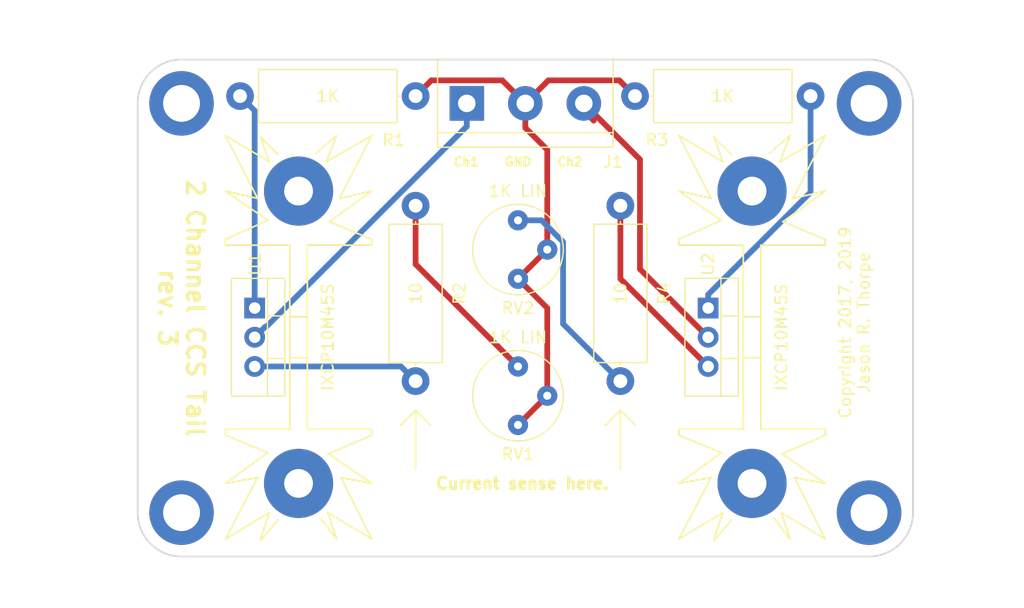
<source format=kicad_pcb>
(kicad_pcb (version 20171130) (host pcbnew "(5.1.4-0-10_14)")

  (general
    (thickness 1.6)
    (drawings 27)
    (tracks 42)
    (zones 0)
    (modules 15)
    (nets 10)
  )

  (page USLetter)
  (title_block
    (title "2 Channel CCS Tail")
    (date 2019-09-24)
    (rev 3.0)
    (company "San Francisco Electronworks")
    (comment 1 "For hobbyist use only.")
    (comment 2 "Copyright 2017, 2019 Jason R. Thorpe.  All rights reserved.")
  )

  (layers
    (0 F.Cu signal)
    (31 B.Cu signal)
    (32 B.Adhes user)
    (33 F.Adhes user)
    (34 B.Paste user)
    (35 F.Paste user)
    (36 B.SilkS user)
    (37 F.SilkS user)
    (38 B.Mask user)
    (39 F.Mask user)
    (40 Dwgs.User user)
    (41 Cmts.User user)
    (42 Eco1.User user)
    (43 Eco2.User user)
    (44 Edge.Cuts user)
    (45 Margin user)
    (46 B.CrtYd user)
    (47 F.CrtYd user)
    (48 B.Fab user)
    (49 F.Fab user)
  )

  (setup
    (last_trace_width 0.5)
    (trace_clearance 0.25)
    (zone_clearance 0.508)
    (zone_45_only yes)
    (trace_min 0.2)
    (via_size 0.6)
    (via_drill 0.4)
    (via_min_size 0.4)
    (via_min_drill 0.3)
    (uvia_size 0.3)
    (uvia_drill 0.1)
    (uvias_allowed no)
    (uvia_min_size 0.2)
    (uvia_min_drill 0.1)
    (edge_width 0.15)
    (segment_width 0.2)
    (pcb_text_width 0.3)
    (pcb_text_size 1.5 1.5)
    (mod_edge_width 0.15)
    (mod_text_size 1 1)
    (mod_text_width 0.15)
    (pad_size 1.524 1.524)
    (pad_drill 0.762)
    (pad_to_mask_clearance 0.2)
    (aux_axis_origin 0 0)
    (grid_origin 137.16 87.63)
    (visible_elements FFFFFF7F)
    (pcbplotparams
      (layerselection 0x010e0_ffffffff)
      (usegerberextensions false)
      (usegerberattributes false)
      (usegerberadvancedattributes false)
      (creategerberjobfile false)
      (excludeedgelayer true)
      (linewidth 0.100000)
      (plotframeref false)
      (viasonmask false)
      (mode 1)
      (useauxorigin false)
      (hpglpennumber 1)
      (hpglpenspeed 20)
      (hpglpendiameter 15.000000)
      (psnegative false)
      (psa4output false)
      (plotreference true)
      (plotvalue true)
      (plotinvisibletext false)
      (padsonsilk false)
      (subtractmaskfromsilk false)
      (outputformat 1)
      (mirror false)
      (drillshape 0)
      (scaleselection 1)
      (outputdirectory "Gerbers/"))
  )

  (net 0 "")
  (net 1 "Net-(J1-Pad1)")
  (net 2 "Net-(J1-Pad2)")
  (net 3 "Net-(J1-Pad3)")
  (net 4 "Net-(R2-Pad2)")
  (net 5 "Net-(R4-Pad2)")
  (net 6 "Net-(R1-Pad1)")
  (net 7 "Net-(R2-Pad1)")
  (net 8 "Net-(R3-Pad1)")
  (net 9 "Net-(R4-Pad1)")

  (net_class Default "This is the default net class."
    (clearance 0.25)
    (trace_width 0.5)
    (via_dia 0.6)
    (via_drill 0.4)
    (uvia_dia 0.3)
    (uvia_drill 0.1)
    (add_net "Net-(J1-Pad1)")
    (add_net "Net-(J1-Pad2)")
    (add_net "Net-(J1-Pad3)")
    (add_net "Net-(R1-Pad1)")
    (add_net "Net-(R2-Pad1)")
    (add_net "Net-(R2-Pad2)")
    (add_net "Net-(R3-Pad1)")
    (add_net "Net-(R4-Pad1)")
    (add_net "Net-(R4-Pad2)")
  )

  (module Connectors_Terminal_Blocks:TerminalBlock_bornier-3_P5.08mm (layer F.Cu) (tedit 5AB141F4) (tstamp 5A10A759)
    (at 141.605 93.98)
    (descr "simple 3-pin terminal block, pitch 5.08mm, revamped version of bornier3")
    (tags "terminal block bornier3")
    (path /5A109F90)
    (fp_text reference J1 (at 12.7 5.08) (layer F.SilkS)
      (effects (font (size 1 1) (thickness 0.15)))
    )
    (fp_text value Screw_Terminal_01x03 (at 5.08 5.08) (layer F.Fab) hide
      (effects (font (size 1 1) (thickness 0.15)))
    )
    (fp_text user %R (at 5.08 0) (layer F.Fab)
      (effects (font (size 1 1) (thickness 0.15)))
    )
    (fp_line (start -2.47 2.55) (end 12.63 2.55) (layer F.Fab) (width 0.1))
    (fp_line (start -2.47 -3.75) (end 12.63 -3.75) (layer F.Fab) (width 0.1))
    (fp_line (start 12.63 -3.75) (end 12.63 3.75) (layer F.Fab) (width 0.1))
    (fp_line (start 12.63 3.75) (end -2.47 3.75) (layer F.Fab) (width 0.1))
    (fp_line (start -2.47 3.75) (end -2.47 -3.75) (layer F.Fab) (width 0.1))
    (fp_line (start -2.54 3.81) (end -2.54 -3.81) (layer F.SilkS) (width 0.12))
    (fp_line (start 12.7 3.81) (end 12.7 -3.81) (layer F.SilkS) (width 0.12))
    (fp_line (start -2.54 2.54) (end 12.7 2.54) (layer F.SilkS) (width 0.12))
    (fp_line (start -2.54 -3.81) (end 12.7 -3.81) (layer F.SilkS) (width 0.12))
    (fp_line (start -2.54 3.81) (end 12.7 3.81) (layer F.SilkS) (width 0.12))
    (fp_line (start -2.72 -4) (end 12.88 -4) (layer F.CrtYd) (width 0.05))
    (fp_line (start -2.72 -4) (end -2.72 4) (layer F.CrtYd) (width 0.05))
    (fp_line (start 12.88 4) (end 12.88 -4) (layer F.CrtYd) (width 0.05))
    (fp_line (start 12.88 4) (end -2.72 4) (layer F.CrtYd) (width 0.05))
    (pad 1 thru_hole rect (at 0 0) (size 3 3) (drill 1.52) (layers *.Cu *.Mask)
      (net 1 "Net-(J1-Pad1)"))
    (pad 2 thru_hole circle (at 5.08 0) (size 3 3) (drill 1.52) (layers *.Cu *.Mask)
      (net 2 "Net-(J1-Pad2)"))
    (pad 3 thru_hole circle (at 10.16 0) (size 3 3) (drill 1.52) (layers *.Cu *.Mask)
      (net 3 "Net-(J1-Pad3)"))
    (model ${KISYS3DMOD}/Terminal_Blocks.3dshapes/TerminalBlock_bornier-3_P5.08mm.wrl
      (offset (xyz 5.079999923706055 0 0))
      (scale (xyz 1 1 1))
      (rotate (xyz 0 0 0))
    )
  )

  (module MountingHole:MountingHole_3.2mm_M3_DIN965_Pad (layer F.Cu) (tedit 56D1B4CB) (tstamp 5D8AE321)
    (at 116.84 129.54)
    (descr "Mounting Hole 3.2mm, M3, DIN965")
    (tags "mounting hole 3.2mm m3 din965")
    (attr virtual)
    (fp_text reference REF** (at 0 -3.8) (layer F.SilkS) hide
      (effects (font (size 1 1) (thickness 0.15)))
    )
    (fp_text value MountingHole_3.2mm_M3_DIN965_Pad (at 0 3.8) (layer F.Fab) hide
      (effects (font (size 1 1) (thickness 0.15)))
    )
    (fp_circle (center 0 0) (end 3.05 0) (layer F.CrtYd) (width 0.05))
    (fp_circle (center 0 0) (end 2.8 0) (layer Cmts.User) (width 0.15))
    (fp_text user %R (at 0.3 0) (layer F.Fab)
      (effects (font (size 1 1) (thickness 0.15)))
    )
    (pad 1 thru_hole circle (at 0 0) (size 5.6 5.6) (drill 3.2) (layers *.Cu *.Mask))
  )

  (module MountingHole:MountingHole_3.2mm_M3_DIN965_Pad (layer F.Cu) (tedit 56D1B4CB) (tstamp 5D8AE2FD)
    (at 176.53 129.54)
    (descr "Mounting Hole 3.2mm, M3, DIN965")
    (tags "mounting hole 3.2mm m3 din965")
    (attr virtual)
    (fp_text reference REF** (at 0 -3.8) (layer F.SilkS) hide
      (effects (font (size 1 1) (thickness 0.15)))
    )
    (fp_text value MountingHole_3.2mm_M3_DIN965_Pad (at 0 3.8) (layer F.Fab) hide
      (effects (font (size 1 1) (thickness 0.15)))
    )
    (fp_circle (center 0 0) (end 3.05 0) (layer F.CrtYd) (width 0.05))
    (fp_circle (center 0 0) (end 2.8 0) (layer Cmts.User) (width 0.15))
    (fp_text user %R (at 0.3 0) (layer F.Fab)
      (effects (font (size 1 1) (thickness 0.15)))
    )
    (pad 1 thru_hole circle (at 0 0) (size 5.6 5.6) (drill 3.2) (layers *.Cu *.Mask))
  )

  (module MountingHole:MountingHole_3.2mm_M3_DIN965_Pad (layer F.Cu) (tedit 56D1B4CB) (tstamp 5D8AE2C7)
    (at 176.53 93.98)
    (descr "Mounting Hole 3.2mm, M3, DIN965")
    (tags "mounting hole 3.2mm m3 din965")
    (attr virtual)
    (fp_text reference REF** (at 0 -3.8) (layer F.SilkS) hide
      (effects (font (size 1 1) (thickness 0.15)))
    )
    (fp_text value MountingHole_3.2mm_M3_DIN965_Pad (at 0 3.8) (layer F.Fab) hide
      (effects (font (size 1 1) (thickness 0.15)))
    )
    (fp_circle (center 0 0) (end 3.05 0) (layer F.CrtYd) (width 0.05))
    (fp_circle (center 0 0) (end 2.8 0) (layer Cmts.User) (width 0.15))
    (fp_text user %R (at 0.3 0) (layer F.Fab)
      (effects (font (size 1 1) (thickness 0.15)))
    )
    (pad 1 thru_hole circle (at 0 0) (size 5.6 5.6) (drill 3.2) (layers *.Cu *.Mask))
  )

  (module MountingHole:MountingHole_3.2mm_M3_DIN965_Pad (layer F.Cu) (tedit 56D1B4CB) (tstamp 5D8AE2A3)
    (at 116.84 93.98)
    (descr "Mounting Hole 3.2mm, M3, DIN965")
    (tags "mounting hole 3.2mm m3 din965")
    (attr virtual)
    (fp_text reference REF** (at 0 -3.8) (layer F.SilkS) hide
      (effects (font (size 1 1) (thickness 0.15)))
    )
    (fp_text value MountingHole_3.2mm_M3_DIN965_Pad (at 0 3.8) (layer F.Fab) hide
      (effects (font (size 1 1) (thickness 0.15)))
    )
    (fp_circle (center 0 0) (end 3.05 0) (layer F.CrtYd) (width 0.05))
    (fp_circle (center 0 0) (end 2.8 0) (layer Cmts.User) (width 0.15))
    (fp_text user %R (at 0.3 0) (layer F.Fab)
      (effects (font (size 1 1) (thickness 0.15)))
    )
    (pad 1 thru_hole circle (at 0 0) (size 5.6 5.6) (drill 3.2) (layers *.Cu *.Mask))
  )

  (module Potentiometer_THT:Potentiometer_Bourns_3339P_Vertical_HandSoldering (layer F.Cu) (tedit 5BCDF3D1) (tstamp 5D8AD5F8)
    (at 146.05 104.14 180)
    (descr "Potentiometer, vertical, Bourns 3339P, hand-soldering, http://www.bourns.com/docs/Product-Datasheets/3339.pdf")
    (tags "Potentiometer vertical Bourns 3339P hand-soldering")
    (path /5A10913A)
    (fp_text reference RV2 (at 0 -7.62 180) (layer F.SilkS)
      (effects (font (size 1 1) (thickness 0.15)))
    )
    (fp_text value "1K LIN" (at 0 2.54 180) (layer F.SilkS)
      (effects (font (size 1 1) (thickness 0.15)))
    )
    (fp_text user %R (at -3.018 -2.54 90) (layer F.Fab)
      (effects (font (size 0.66 0.66) (thickness 0.15)))
    )
    (fp_line (start 4.1 -6.6) (end -4.1 -6.6) (layer F.CrtYd) (width 0.05))
    (fp_line (start 4.1 1.55) (end 4.1 -6.6) (layer F.CrtYd) (width 0.05))
    (fp_line (start -4.1 1.55) (end 4.1 1.55) (layer F.CrtYd) (width 0.05))
    (fp_line (start -4.1 -6.6) (end -4.1 1.55) (layer F.CrtYd) (width 0.05))
    (fp_line (start 0 -0.064) (end 0.001 -5.014) (layer F.Fab) (width 0.1))
    (fp_line (start 0 -0.064) (end 0.001 -5.014) (layer F.Fab) (width 0.1))
    (fp_circle (center 0 -2.54) (end 3.93 -2.54) (layer F.SilkS) (width 0.12))
    (fp_circle (center 0 -2.54) (end 2.5 -2.54) (layer F.Fab) (width 0.1))
    (fp_circle (center 0 -2.54) (end 3.81 -2.54) (layer F.Fab) (width 0.1))
    (pad 1 thru_hole circle (at 0 0 180) (size 1.75 1.75) (drill 0.7) (layers *.Cu *.Mask)
      (net 5 "Net-(R4-Pad2)"))
    (pad 2 thru_hole circle (at -2.54 -2.54 180) (size 1.75 1.75) (drill 0.7) (layers *.Cu *.Mask)
      (net 2 "Net-(J1-Pad2)"))
    (pad 3 thru_hole circle (at 0 -5.08 180) (size 1.75 1.75) (drill 0.7) (layers *.Cu *.Mask)
      (net 2 "Net-(J1-Pad2)"))
    (model ${KISYS3DMOD}/Potentiometer_THT.3dshapes/Potentiometer_Bourns_3339P_Vertical.wrl
      (at (xyz 0 0 0))
      (scale (xyz 1 1 1))
      (rotate (xyz 0 0 0))
    )
  )

  (module Potentiometer_THT:Potentiometer_Bourns_3339P_Vertical_HandSoldering (layer F.Cu) (tedit 5BCDF3D1) (tstamp 5A10A7FA)
    (at 146.05 116.84 180)
    (descr "Potentiometer, vertical, Bourns 3339P, hand-soldering, http://www.bourns.com/docs/Product-Datasheets/3339.pdf")
    (tags "Potentiometer vertical Bourns 3339P hand-soldering")
    (path /5A1090E1)
    (fp_text reference RV1 (at 0 -7.62 180) (layer F.SilkS)
      (effects (font (size 1 1) (thickness 0.15)))
    )
    (fp_text value "1K LIN" (at 0 2.54 180) (layer F.SilkS)
      (effects (font (size 1 1) (thickness 0.15)))
    )
    (fp_text user %R (at -3.018 -2.54 90) (layer F.Fab)
      (effects (font (size 0.66 0.66) (thickness 0.15)))
    )
    (fp_line (start 4.1 -6.6) (end -4.1 -6.6) (layer F.CrtYd) (width 0.05))
    (fp_line (start 4.1 1.55) (end 4.1 -6.6) (layer F.CrtYd) (width 0.05))
    (fp_line (start -4.1 1.55) (end 4.1 1.55) (layer F.CrtYd) (width 0.05))
    (fp_line (start -4.1 -6.6) (end -4.1 1.55) (layer F.CrtYd) (width 0.05))
    (fp_line (start 0 -0.064) (end 0.001 -5.014) (layer F.Fab) (width 0.1))
    (fp_line (start 0 -0.064) (end 0.001 -5.014) (layer F.Fab) (width 0.1))
    (fp_circle (center 0 -2.54) (end 3.93 -2.54) (layer F.SilkS) (width 0.12))
    (fp_circle (center 0 -2.54) (end 2.5 -2.54) (layer F.Fab) (width 0.1))
    (fp_circle (center 0 -2.54) (end 3.81 -2.54) (layer F.Fab) (width 0.1))
    (pad 1 thru_hole circle (at 0 0 180) (size 1.75 1.75) (drill 0.7) (layers *.Cu *.Mask)
      (net 4 "Net-(R2-Pad2)"))
    (pad 2 thru_hole circle (at -2.54 -2.54 180) (size 1.75 1.75) (drill 0.7) (layers *.Cu *.Mask)
      (net 2 "Net-(J1-Pad2)"))
    (pad 3 thru_hole circle (at 0 -5.08 180) (size 1.75 1.75) (drill 0.7) (layers *.Cu *.Mask)
      (net 2 "Net-(J1-Pad2)"))
    (model ${KISYS3DMOD}/Potentiometer_THT.3dshapes/Potentiometer_Bourns_3339P_Vertical.wrl
      (at (xyz 0 0 0))
      (scale (xyz 1 1 1))
      (rotate (xyz 0 0 0))
    )
  )

  (module Heatsinks:Heatsink_Fischer_SK104-STC-STIC_35x13mm_2xDrill2.5mm (layer F.Cu) (tedit 5AB1354C) (tstamp 5D8AE846)
    (at 127 114.3 90)
    (descr "Heatsink, 35mm x 13mm, 2x Fixation 2,5mm Drill, Soldering, Fischer SK104-STC-STIC,")
    (tags "Heatsink, 35mm x 13mm, 2x Fixation 2,5mm Drill, Soldering, Fischer SK104-STC-STIC, Kuehlkoerper,  Strangkuehlkoerper, Loetbefestigung, for TO-220")
    (fp_text reference Sink1 (at -0.025 -4.875 90) (layer F.SilkS) hide
      (effects (font (size 1 1) (thickness 0.15)))
    )
    (fp_text value Heatsink_Fischer_SK104-STC-STIC_35x13mm_2xDrill2.5mm (at 0.65 9.075 90) (layer F.Fab) hide
      (effects (font (size 1 1) (thickness 0.15)))
    )
    (fp_line (start -1.778 -0.762) (end -1.778 0.762) (layer F.SilkS) (width 0.15))
    (fp_line (start 1.778 -0.762) (end 1.778 0.762) (layer F.SilkS) (width 0.15))
    (fp_line (start -8.509 6.35) (end -8.001 6.35) (layer F.SilkS) (width 0.15))
    (fp_line (start 17.526 -6.35) (end 12.065 -3.556) (layer F.SilkS) (width 0.15))
    (fp_line (start 12.065 -3.556) (end 12.7 -6.35) (layer F.SilkS) (width 0.15))
    (fp_line (start -10.033 -2.667) (end -12.7 -6.35) (layer F.SilkS) (width 0.15))
    (fp_line (start -12.7 -6.35) (end -12.192 -3.556) (layer F.SilkS) (width 0.15))
    (fp_line (start -12.192 -3.556) (end -17.526 -6.35) (layer F.SilkS) (width 0.15))
    (fp_line (start -10.16 2.667) (end -12.7 6.35) (layer F.SilkS) (width 0.15))
    (fp_line (start -12.7 6.35) (end -12.192 3.683) (layer F.SilkS) (width 0.15))
    (fp_line (start -12.192 3.683) (end -17.526 6.35) (layer F.SilkS) (width 0.15))
    (fp_line (start -15.24 2.54) (end -17.526 6.35) (layer F.SilkS) (width 0.15))
    (fp_line (start -15.24 -2.54) (end -17.526 -6.35) (layer F.SilkS) (width 0.15))
    (fp_line (start 8.001 -6.35) (end 8.382 -6.35) (layer F.SilkS) (width 0.15))
    (fp_line (start 8.001 6.35) (end 8.509 6.35) (layer F.SilkS) (width 0.15))
    (fp_line (start 10.033 2.667) (end 12.7 6.35) (layer F.SilkS) (width 0.15))
    (fp_line (start 12.7 6.35) (end 12.065 3.556) (layer F.SilkS) (width 0.15))
    (fp_line (start 12.065 3.556) (end 17.526 6.35) (layer F.SilkS) (width 0.15))
    (fp_line (start 15.24 2.413) (end 17.526 3.302) (layer F.SilkS) (width 0.15))
    (fp_line (start 17.526 3.302) (end 16.002 1.524) (layer F.SilkS) (width 0.15))
    (fp_line (start 17.526 6.35) (end 15.24 2.413) (layer F.SilkS) (width 0.15))
    (fp_line (start 15.24 -2.54) (end 17.399 -3.302) (layer F.SilkS) (width 0.15))
    (fp_line (start 17.399 -3.302) (end 15.875 -1.778) (layer F.SilkS) (width 0.15))
    (fp_line (start 17.526 -6.35) (end 15.24 -2.54) (layer F.SilkS) (width 0.15))
    (fp_line (start 10.16 -2.667) (end 12.7 -6.35) (layer F.SilkS) (width 0.15))
    (fp_line (start 8.509 6.35) (end 10.033 2.667) (layer F.SilkS) (width 0.15))
    (fp_line (start 8.509 -6.35) (end 10.16 -2.667) (layer F.SilkS) (width 0.15))
    (fp_line (start -8.509 6.35) (end -10.16 2.54) (layer F.SilkS) (width 0.15))
    (fp_line (start -8.001 -6.35) (end -8.509 -6.35) (layer F.SilkS) (width 0.15))
    (fp_line (start -8.509 -6.35) (end -10.033 -2.667) (layer F.SilkS) (width 0.15))
    (fp_line (start -17.526 3.302) (end -15.748 1.905) (layer F.SilkS) (width 0.15))
    (fp_line (start -17.653 -3.302) (end -15.875 -1.778) (layer F.SilkS) (width 0.15))
    (fp_line (start -17.526 3.302) (end -15.24 2.54) (layer F.SilkS) (width 0.15))
    (fp_line (start -17.526 -3.302) (end -15.24 -2.54) (layer F.SilkS) (width 0.15))
    (fp_line (start 0 0.762) (end -8.001 0.762) (layer F.SilkS) (width 0.15))
    (fp_line (start -8.001 0.762) (end -8.001 6.35) (layer F.SilkS) (width 0.15))
    (fp_line (start 0 0.762) (end 8.001 0.762) (layer F.SilkS) (width 0.15))
    (fp_line (start 8.001 0.762) (end 8.001 6.35) (layer F.SilkS) (width 0.15))
    (fp_line (start 0 -0.762) (end -8.001 -0.762) (layer F.SilkS) (width 0.15))
    (fp_line (start -8.001 -0.762) (end -8.001 -6.35) (layer F.SilkS) (width 0.15))
    (fp_line (start 0 -0.762) (end 8.001 -0.762) (layer F.SilkS) (width 0.15))
    (fp_line (start 8.001 -0.762) (end 8.001 -6.35) (layer F.SilkS) (width 0.15))
    (pad 1 thru_hole circle (at 12.7 0 90) (size 5.99948 5.99948) (drill 2.49936) (layers *.Cu *.Mask))
    (pad 1 thru_hole circle (at -12.7 0 90) (size 5.99948 5.99948) (drill 2.49936) (layers *.Cu *.Mask))
  )

  (module TO_SOT_Packages_THT:TO-220-3_Vertical (layer F.Cu) (tedit 5AB142BA) (tstamp 5A10A773)
    (at 123.19 111.76 270)
    (descr "TO-220-3, Vertical, RM 2.54mm")
    (tags "TO-220-3 Vertical RM 2.54mm")
    (path /5A108D29)
    (fp_text reference U1 (at -3.81 0 270) (layer F.SilkS)
      (effects (font (size 1 1) (thickness 0.15)))
    )
    (fp_text value IXCP10M45S (at 2.54 -6.35 270) (layer F.SilkS)
      (effects (font (size 1 1) (thickness 0.15)))
    )
    (fp_text user %R (at 2.54 -3.62 270) (layer F.Fab)
      (effects (font (size 1 1) (thickness 0.15)))
    )
    (fp_line (start -2.46 -2.5) (end -2.46 1.9) (layer F.Fab) (width 0.1))
    (fp_line (start -2.46 1.9) (end 7.54 1.9) (layer F.Fab) (width 0.1))
    (fp_line (start 7.54 1.9) (end 7.54 -2.5) (layer F.Fab) (width 0.1))
    (fp_line (start 7.54 -2.5) (end -2.46 -2.5) (layer F.Fab) (width 0.1))
    (fp_line (start -2.46 -1.23) (end 7.54 -1.23) (layer F.Fab) (width 0.1))
    (fp_line (start 0.69 -2.5) (end 0.69 -1.23) (layer F.Fab) (width 0.1))
    (fp_line (start 4.39 -2.5) (end 4.39 -1.23) (layer F.Fab) (width 0.1))
    (fp_line (start -2.58 -2.62) (end 7.66 -2.62) (layer F.SilkS) (width 0.12))
    (fp_line (start -2.58 2.021) (end 7.66 2.021) (layer F.SilkS) (width 0.12))
    (fp_line (start -2.58 -2.62) (end -2.58 2.021) (layer F.SilkS) (width 0.12))
    (fp_line (start 7.66 -2.62) (end 7.66 2.021) (layer F.SilkS) (width 0.12))
    (fp_line (start -2.58 -1.11) (end 7.66 -1.11) (layer F.SilkS) (width 0.12))
    (fp_line (start 0.69 -2.62) (end 0.69 -1.11) (layer F.SilkS) (width 0.12))
    (fp_line (start 4.391 -2.62) (end 4.391 -1.11) (layer F.SilkS) (width 0.12))
    (fp_line (start -2.71 -2.75) (end -2.71 2.16) (layer F.CrtYd) (width 0.05))
    (fp_line (start -2.71 2.16) (end 7.79 2.16) (layer F.CrtYd) (width 0.05))
    (fp_line (start 7.79 2.16) (end 7.79 -2.75) (layer F.CrtYd) (width 0.05))
    (fp_line (start 7.79 -2.75) (end -2.71 -2.75) (layer F.CrtYd) (width 0.05))
    (pad 1 thru_hole rect (at 0 0 270) (size 1.8 1.8) (drill 1) (layers *.Cu *.Mask)
      (net 6 "Net-(R1-Pad1)"))
    (pad 2 thru_hole oval (at 2.54 0 270) (size 1.8 1.8) (drill 1) (layers *.Cu *.Mask)
      (net 1 "Net-(J1-Pad1)"))
    (pad 3 thru_hole oval (at 5.08 0 270) (size 1.8 1.8) (drill 1) (layers *.Cu *.Mask)
      (net 7 "Net-(R2-Pad1)"))
    (model ${KISYS3DMOD}/TO_SOT_Packages_THT.3dshapes/TO-220-3_Vertical.wrl
      (offset (xyz 2.539999961853027 0 0))
      (scale (xyz 0.393701 0.393701 0.393701))
      (rotate (xyz 0 0 0))
    )
  )

  (module TO_SOT_Packages_THT:TO-220-3_Vertical (layer F.Cu) (tedit 5AB142AA) (tstamp 5A10A78D)
    (at 162.56 111.76 270)
    (descr "TO-220-3, Vertical, RM 2.54mm")
    (tags "TO-220-3 Vertical RM 2.54mm")
    (path /5A108FB8)
    (fp_text reference U2 (at -3.81 0 270) (layer F.SilkS)
      (effects (font (size 1 1) (thickness 0.15)))
    )
    (fp_text value IXCP10M45S (at 2.54 -6.35 270) (layer F.SilkS)
      (effects (font (size 1 1) (thickness 0.15)))
    )
    (fp_text user %R (at 2.54 -3.62 270) (layer F.Fab)
      (effects (font (size 1 1) (thickness 0.15)))
    )
    (fp_line (start -2.46 -2.5) (end -2.46 1.9) (layer F.Fab) (width 0.1))
    (fp_line (start -2.46 1.9) (end 7.54 1.9) (layer F.Fab) (width 0.1))
    (fp_line (start 7.54 1.9) (end 7.54 -2.5) (layer F.Fab) (width 0.1))
    (fp_line (start 7.54 -2.5) (end -2.46 -2.5) (layer F.Fab) (width 0.1))
    (fp_line (start -2.46 -1.23) (end 7.54 -1.23) (layer F.Fab) (width 0.1))
    (fp_line (start 0.69 -2.5) (end 0.69 -1.23) (layer F.Fab) (width 0.1))
    (fp_line (start 4.39 -2.5) (end 4.39 -1.23) (layer F.Fab) (width 0.1))
    (fp_line (start -2.58 -2.62) (end 7.66 -2.62) (layer F.SilkS) (width 0.12))
    (fp_line (start -2.58 2.021) (end 7.66 2.021) (layer F.SilkS) (width 0.12))
    (fp_line (start -2.58 -2.62) (end -2.58 2.021) (layer F.SilkS) (width 0.12))
    (fp_line (start 7.66 -2.62) (end 7.66 2.021) (layer F.SilkS) (width 0.12))
    (fp_line (start -2.58 -1.11) (end 7.66 -1.11) (layer F.SilkS) (width 0.12))
    (fp_line (start 0.69 -2.62) (end 0.69 -1.11) (layer F.SilkS) (width 0.12))
    (fp_line (start 4.391 -2.62) (end 4.391 -1.11) (layer F.SilkS) (width 0.12))
    (fp_line (start -2.71 -2.75) (end -2.71 2.16) (layer F.CrtYd) (width 0.05))
    (fp_line (start -2.71 2.16) (end 7.79 2.16) (layer F.CrtYd) (width 0.05))
    (fp_line (start 7.79 2.16) (end 7.79 -2.75) (layer F.CrtYd) (width 0.05))
    (fp_line (start 7.79 -2.75) (end -2.71 -2.75) (layer F.CrtYd) (width 0.05))
    (pad 1 thru_hole rect (at 0 0 270) (size 1.8 1.8) (drill 1) (layers *.Cu *.Mask)
      (net 8 "Net-(R3-Pad1)"))
    (pad 2 thru_hole oval (at 2.54 0 270) (size 1.8 1.8) (drill 1) (layers *.Cu *.Mask)
      (net 3 "Net-(J1-Pad3)"))
    (pad 3 thru_hole oval (at 5.08 0 270) (size 1.8 1.8) (drill 1) (layers *.Cu *.Mask)
      (net 9 "Net-(R4-Pad1)"))
    (model ${KISYS3DMOD}/TO_SOT_Packages_THT.3dshapes/TO-220-3_Vertical.wrl
      (offset (xyz 2.539999961853027 0 0))
      (scale (xyz 0.393701 0.393701 0.393701))
      (rotate (xyz 0 0 0))
    )
  )

  (module Resistors_THT:R_Axial_DIN0414_L11.9mm_D4.5mm_P15.24mm_Horizontal (layer F.Cu) (tedit 5AB13608) (tstamp 5A10A7A3)
    (at 121.92 93.345)
    (descr "Resistor, Axial_DIN0414 series, Axial, Horizontal, pin pitch=15.24mm, 2W, length*diameter=11.9*4.5mm^2, http://www.vishay.com/docs/20128/wkxwrx.pdf")
    (tags "Resistor Axial_DIN0414 series Axial Horizontal pin pitch 15.24mm 2W length 11.9mm diameter 4.5mm")
    (path /5A108FE1)
    (fp_text reference R1 (at 13.335 3.81) (layer F.SilkS)
      (effects (font (size 1 1) (thickness 0.15)))
    )
    (fp_text value 1K (at 7.62 0) (layer F.SilkS)
      (effects (font (size 1 1) (thickness 0.15)))
    )
    (fp_line (start 1.67 -2.25) (end 1.67 2.25) (layer F.Fab) (width 0.1))
    (fp_line (start 1.67 2.25) (end 13.57 2.25) (layer F.Fab) (width 0.1))
    (fp_line (start 13.57 2.25) (end 13.57 -2.25) (layer F.Fab) (width 0.1))
    (fp_line (start 13.57 -2.25) (end 1.67 -2.25) (layer F.Fab) (width 0.1))
    (fp_line (start 0 0) (end 1.67 0) (layer F.Fab) (width 0.1))
    (fp_line (start 15.24 0) (end 13.57 0) (layer F.Fab) (width 0.1))
    (fp_line (start 1.61 -2.31) (end 1.61 2.31) (layer F.SilkS) (width 0.12))
    (fp_line (start 1.61 2.31) (end 13.63 2.31) (layer F.SilkS) (width 0.12))
    (fp_line (start 13.63 2.31) (end 13.63 -2.31) (layer F.SilkS) (width 0.12))
    (fp_line (start 13.63 -2.31) (end 1.61 -2.31) (layer F.SilkS) (width 0.12))
    (fp_line (start 1.38 0) (end 1.61 0) (layer F.SilkS) (width 0.12))
    (fp_line (start 13.86 0) (end 13.63 0) (layer F.SilkS) (width 0.12))
    (fp_line (start -1.45 -2.6) (end -1.45 2.6) (layer F.CrtYd) (width 0.05))
    (fp_line (start -1.45 2.6) (end 16.7 2.6) (layer F.CrtYd) (width 0.05))
    (fp_line (start 16.7 2.6) (end 16.7 -2.6) (layer F.CrtYd) (width 0.05))
    (fp_line (start 16.7 -2.6) (end -1.45 -2.6) (layer F.CrtYd) (width 0.05))
    (pad 1 thru_hole circle (at 0 0) (size 2.4 2.4) (drill 1.2) (layers *.Cu *.Mask)
      (net 6 "Net-(R1-Pad1)"))
    (pad 2 thru_hole oval (at 15.24 0) (size 2.4 2.4) (drill 1.2) (layers *.Cu *.Mask)
      (net 2 "Net-(J1-Pad2)"))
    (model ${KISYS3DMOD}/Resistors_THT.3dshapes/R_Axial_DIN0414_L11.9mm_D4.5mm_P15.24mm_Horizontal.wrl
      (at (xyz 0 0 0))
      (scale (xyz 0.393701 0.393701 0.393701))
      (rotate (xyz 0 0 0))
    )
  )

  (module Resistors_THT:R_Axial_DIN0414_L11.9mm_D4.5mm_P15.24mm_Horizontal (layer F.Cu) (tedit 5AB141D1) (tstamp 5D8ADC73)
    (at 137.16 118.11 90)
    (descr "Resistor, Axial_DIN0414 series, Axial, Horizontal, pin pitch=15.24mm, 2W, length*diameter=11.9*4.5mm^2, http://www.vishay.com/docs/20128/wkxwrx.pdf")
    (tags "Resistor Axial_DIN0414 series Axial Horizontal pin pitch 15.24mm 2W length 11.9mm diameter 4.5mm")
    (path /5A10905C)
    (fp_text reference R2 (at 7.62 3.81 90) (layer F.SilkS)
      (effects (font (size 1 1) (thickness 0.15)))
    )
    (fp_text value 10 (at 7.62 0 90) (layer F.SilkS)
      (effects (font (size 1 1) (thickness 0.15)))
    )
    (fp_line (start 1.67 -2.25) (end 1.67 2.25) (layer F.Fab) (width 0.1))
    (fp_line (start 1.67 2.25) (end 13.57 2.25) (layer F.Fab) (width 0.1))
    (fp_line (start 13.57 2.25) (end 13.57 -2.25) (layer F.Fab) (width 0.1))
    (fp_line (start 13.57 -2.25) (end 1.67 -2.25) (layer F.Fab) (width 0.1))
    (fp_line (start 0 0) (end 1.67 0) (layer F.Fab) (width 0.1))
    (fp_line (start 15.24 0) (end 13.57 0) (layer F.Fab) (width 0.1))
    (fp_line (start 1.61 -2.31) (end 1.61 2.31) (layer F.SilkS) (width 0.12))
    (fp_line (start 1.61 2.31) (end 13.63 2.31) (layer F.SilkS) (width 0.12))
    (fp_line (start 13.63 2.31) (end 13.63 -2.31) (layer F.SilkS) (width 0.12))
    (fp_line (start 13.63 -2.31) (end 1.61 -2.31) (layer F.SilkS) (width 0.12))
    (fp_line (start 1.38 0) (end 1.61 0) (layer F.SilkS) (width 0.12))
    (fp_line (start 13.86 0) (end 13.63 0) (layer F.SilkS) (width 0.12))
    (fp_line (start -1.45 -2.6) (end -1.45 2.6) (layer F.CrtYd) (width 0.05))
    (fp_line (start -1.45 2.6) (end 16.7 2.6) (layer F.CrtYd) (width 0.05))
    (fp_line (start 16.7 2.6) (end 16.7 -2.6) (layer F.CrtYd) (width 0.05))
    (fp_line (start 16.7 -2.6) (end -1.45 -2.6) (layer F.CrtYd) (width 0.05))
    (pad 1 thru_hole circle (at 0 0 90) (size 2.4 2.4) (drill 1.2) (layers *.Cu *.Mask)
      (net 7 "Net-(R2-Pad1)"))
    (pad 2 thru_hole oval (at 15.24 0 90) (size 2.4 2.4) (drill 1.2) (layers *.Cu *.Mask)
      (net 4 "Net-(R2-Pad2)"))
    (model ${KISYS3DMOD}/Resistors_THT.3dshapes/R_Axial_DIN0414_L11.9mm_D4.5mm_P15.24mm_Horizontal.wrl
      (at (xyz 0 0 0))
      (scale (xyz 0.393701 0.393701 0.393701))
      (rotate (xyz 0 0 0))
    )
  )

  (module Resistors_THT:R_Axial_DIN0414_L11.9mm_D4.5mm_P15.24mm_Horizontal (layer F.Cu) (tedit 5AB13674) (tstamp 5A10A7CF)
    (at 171.45 93.345 180)
    (descr "Resistor, Axial_DIN0414 series, Axial, Horizontal, pin pitch=15.24mm, 2W, length*diameter=11.9*4.5mm^2, http://www.vishay.com/docs/20128/wkxwrx.pdf")
    (tags "Resistor Axial_DIN0414 series Axial Horizontal pin pitch 15.24mm 2W length 11.9mm diameter 4.5mm")
    (path /5A10901B)
    (fp_text reference R3 (at 13.335 -3.81 180) (layer F.SilkS)
      (effects (font (size 1 1) (thickness 0.15)))
    )
    (fp_text value 1K (at 7.62 0 180) (layer F.SilkS)
      (effects (font (size 1 1) (thickness 0.15)))
    )
    (fp_line (start 1.67 -2.25) (end 1.67 2.25) (layer F.Fab) (width 0.1))
    (fp_line (start 1.67 2.25) (end 13.57 2.25) (layer F.Fab) (width 0.1))
    (fp_line (start 13.57 2.25) (end 13.57 -2.25) (layer F.Fab) (width 0.1))
    (fp_line (start 13.57 -2.25) (end 1.67 -2.25) (layer F.Fab) (width 0.1))
    (fp_line (start 0 0) (end 1.67 0) (layer F.Fab) (width 0.1))
    (fp_line (start 15.24 0) (end 13.57 0) (layer F.Fab) (width 0.1))
    (fp_line (start 1.61 -2.31) (end 1.61 2.31) (layer F.SilkS) (width 0.12))
    (fp_line (start 1.61 2.31) (end 13.63 2.31) (layer F.SilkS) (width 0.12))
    (fp_line (start 13.63 2.31) (end 13.63 -2.31) (layer F.SilkS) (width 0.12))
    (fp_line (start 13.63 -2.31) (end 1.61 -2.31) (layer F.SilkS) (width 0.12))
    (fp_line (start 1.38 0) (end 1.61 0) (layer F.SilkS) (width 0.12))
    (fp_line (start 13.86 0) (end 13.63 0) (layer F.SilkS) (width 0.12))
    (fp_line (start -1.45 -2.6) (end -1.45 2.6) (layer F.CrtYd) (width 0.05))
    (fp_line (start -1.45 2.6) (end 16.7 2.6) (layer F.CrtYd) (width 0.05))
    (fp_line (start 16.7 2.6) (end 16.7 -2.6) (layer F.CrtYd) (width 0.05))
    (fp_line (start 16.7 -2.6) (end -1.45 -2.6) (layer F.CrtYd) (width 0.05))
    (pad 1 thru_hole circle (at 0 0 180) (size 2.4 2.4) (drill 1.2) (layers *.Cu *.Mask)
      (net 8 "Net-(R3-Pad1)"))
    (pad 2 thru_hole oval (at 15.24 0 180) (size 2.4 2.4) (drill 1.2) (layers *.Cu *.Mask)
      (net 2 "Net-(J1-Pad2)"))
    (model ${KISYS3DMOD}/Resistors_THT.3dshapes/R_Axial_DIN0414_L11.9mm_D4.5mm_P15.24mm_Horizontal.wrl
      (at (xyz 0 0 0))
      (scale (xyz 0.393701 0.393701 0.393701))
      (rotate (xyz 0 0 0))
    )
  )

  (module Resistors_THT:R_Axial_DIN0414_L11.9mm_D4.5mm_P15.24mm_Horizontal (layer F.Cu) (tedit 5AB13F76) (tstamp 5A10A7E5)
    (at 154.94 102.87 270)
    (descr "Resistor, Axial_DIN0414 series, Axial, Horizontal, pin pitch=15.24mm, 2W, length*diameter=11.9*4.5mm^2, http://www.vishay.com/docs/20128/wkxwrx.pdf")
    (tags "Resistor Axial_DIN0414 series Axial Horizontal pin pitch 15.24mm 2W length 11.9mm diameter 4.5mm")
    (path /5A1090A7)
    (fp_text reference R4 (at 7.62 -3.81 270) (layer F.SilkS)
      (effects (font (size 1 1) (thickness 0.15)))
    )
    (fp_text value 10 (at 7.62 0 270) (layer F.SilkS)
      (effects (font (size 1 1) (thickness 0.15)))
    )
    (fp_line (start 1.67 -2.25) (end 1.67 2.25) (layer F.Fab) (width 0.1))
    (fp_line (start 1.67 2.25) (end 13.57 2.25) (layer F.Fab) (width 0.1))
    (fp_line (start 13.57 2.25) (end 13.57 -2.25) (layer F.Fab) (width 0.1))
    (fp_line (start 13.57 -2.25) (end 1.67 -2.25) (layer F.Fab) (width 0.1))
    (fp_line (start 0 0) (end 1.67 0) (layer F.Fab) (width 0.1))
    (fp_line (start 15.24 0) (end 13.57 0) (layer F.Fab) (width 0.1))
    (fp_line (start 1.61 -2.31) (end 1.61 2.31) (layer F.SilkS) (width 0.12))
    (fp_line (start 1.61 2.31) (end 13.63 2.31) (layer F.SilkS) (width 0.12))
    (fp_line (start 13.63 2.31) (end 13.63 -2.31) (layer F.SilkS) (width 0.12))
    (fp_line (start 13.63 -2.31) (end 1.61 -2.31) (layer F.SilkS) (width 0.12))
    (fp_line (start 1.38 0) (end 1.61 0) (layer F.SilkS) (width 0.12))
    (fp_line (start 13.86 0) (end 13.63 0) (layer F.SilkS) (width 0.12))
    (fp_line (start -1.45 -2.6) (end -1.45 2.6) (layer F.CrtYd) (width 0.05))
    (fp_line (start -1.45 2.6) (end 16.7 2.6) (layer F.CrtYd) (width 0.05))
    (fp_line (start 16.7 2.6) (end 16.7 -2.6) (layer F.CrtYd) (width 0.05))
    (fp_line (start 16.7 -2.6) (end -1.45 -2.6) (layer F.CrtYd) (width 0.05))
    (pad 1 thru_hole circle (at 0 0 270) (size 2.4 2.4) (drill 1.2) (layers *.Cu *.Mask)
      (net 9 "Net-(R4-Pad1)"))
    (pad 2 thru_hole oval (at 15.24 0 270) (size 2.4 2.4) (drill 1.2) (layers *.Cu *.Mask)
      (net 5 "Net-(R4-Pad2)"))
    (model ${KISYS3DMOD}/Resistors_THT.3dshapes/R_Axial_DIN0414_L11.9mm_D4.5mm_P15.24mm_Horizontal.wrl
      (at (xyz 0 0 0))
      (scale (xyz 0.393701 0.393701 0.393701))
      (rotate (xyz 0 0 0))
    )
  )

  (module Heatsinks:Heatsink_Fischer_SK104-STC-STIC_35x13mm_2xDrill2.5mm (layer F.Cu) (tedit 5AB1354C) (tstamp 5AB133F2)
    (at 166.37 114.3 90)
    (descr "Heatsink, 35mm x 13mm, 2x Fixation 2,5mm Drill, Soldering, Fischer SK104-STC-STIC,")
    (tags "Heatsink, 35mm x 13mm, 2x Fixation 2,5mm Drill, Soldering, Fischer SK104-STC-STIC, Kuehlkoerper,  Strangkuehlkoerper, Loetbefestigung, for TO-220")
    (fp_text reference Sink1 (at -0.025 -4.875 90) (layer F.SilkS) hide
      (effects (font (size 1 1) (thickness 0.15)))
    )
    (fp_text value Heatsink_Fischer_SK104-STC-STIC_35x13mm_2xDrill2.5mm (at 0.65 9.075 90) (layer F.Fab) hide
      (effects (font (size 1 1) (thickness 0.15)))
    )
    (fp_line (start -1.778 -0.762) (end -1.778 0.762) (layer F.SilkS) (width 0.15))
    (fp_line (start 1.778 -0.762) (end 1.778 0.762) (layer F.SilkS) (width 0.15))
    (fp_line (start -8.509 6.35) (end -8.001 6.35) (layer F.SilkS) (width 0.15))
    (fp_line (start 17.526 -6.35) (end 12.065 -3.556) (layer F.SilkS) (width 0.15))
    (fp_line (start 12.065 -3.556) (end 12.7 -6.35) (layer F.SilkS) (width 0.15))
    (fp_line (start -10.033 -2.667) (end -12.7 -6.35) (layer F.SilkS) (width 0.15))
    (fp_line (start -12.7 -6.35) (end -12.192 -3.556) (layer F.SilkS) (width 0.15))
    (fp_line (start -12.192 -3.556) (end -17.526 -6.35) (layer F.SilkS) (width 0.15))
    (fp_line (start -10.16 2.667) (end -12.7 6.35) (layer F.SilkS) (width 0.15))
    (fp_line (start -12.7 6.35) (end -12.192 3.683) (layer F.SilkS) (width 0.15))
    (fp_line (start -12.192 3.683) (end -17.526 6.35) (layer F.SilkS) (width 0.15))
    (fp_line (start -15.24 2.54) (end -17.526 6.35) (layer F.SilkS) (width 0.15))
    (fp_line (start -15.24 -2.54) (end -17.526 -6.35) (layer F.SilkS) (width 0.15))
    (fp_line (start 8.001 -6.35) (end 8.382 -6.35) (layer F.SilkS) (width 0.15))
    (fp_line (start 8.001 6.35) (end 8.509 6.35) (layer F.SilkS) (width 0.15))
    (fp_line (start 10.033 2.667) (end 12.7 6.35) (layer F.SilkS) (width 0.15))
    (fp_line (start 12.7 6.35) (end 12.065 3.556) (layer F.SilkS) (width 0.15))
    (fp_line (start 12.065 3.556) (end 17.526 6.35) (layer F.SilkS) (width 0.15))
    (fp_line (start 15.24 2.413) (end 17.526 3.302) (layer F.SilkS) (width 0.15))
    (fp_line (start 17.526 3.302) (end 16.002 1.524) (layer F.SilkS) (width 0.15))
    (fp_line (start 17.526 6.35) (end 15.24 2.413) (layer F.SilkS) (width 0.15))
    (fp_line (start 15.24 -2.54) (end 17.399 -3.302) (layer F.SilkS) (width 0.15))
    (fp_line (start 17.399 -3.302) (end 15.875 -1.778) (layer F.SilkS) (width 0.15))
    (fp_line (start 17.526 -6.35) (end 15.24 -2.54) (layer F.SilkS) (width 0.15))
    (fp_line (start 10.16 -2.667) (end 12.7 -6.35) (layer F.SilkS) (width 0.15))
    (fp_line (start 8.509 6.35) (end 10.033 2.667) (layer F.SilkS) (width 0.15))
    (fp_line (start 8.509 -6.35) (end 10.16 -2.667) (layer F.SilkS) (width 0.15))
    (fp_line (start -8.509 6.35) (end -10.16 2.54) (layer F.SilkS) (width 0.15))
    (fp_line (start -8.001 -6.35) (end -8.509 -6.35) (layer F.SilkS) (width 0.15))
    (fp_line (start -8.509 -6.35) (end -10.033 -2.667) (layer F.SilkS) (width 0.15))
    (fp_line (start -17.526 3.302) (end -15.748 1.905) (layer F.SilkS) (width 0.15))
    (fp_line (start -17.653 -3.302) (end -15.875 -1.778) (layer F.SilkS) (width 0.15))
    (fp_line (start -17.526 3.302) (end -15.24 2.54) (layer F.SilkS) (width 0.15))
    (fp_line (start -17.526 -3.302) (end -15.24 -2.54) (layer F.SilkS) (width 0.15))
    (fp_line (start 0 0.762) (end -8.001 0.762) (layer F.SilkS) (width 0.15))
    (fp_line (start -8.001 0.762) (end -8.001 6.35) (layer F.SilkS) (width 0.15))
    (fp_line (start 0 0.762) (end 8.001 0.762) (layer F.SilkS) (width 0.15))
    (fp_line (start 8.001 0.762) (end 8.001 6.35) (layer F.SilkS) (width 0.15))
    (fp_line (start 0 -0.762) (end -8.001 -0.762) (layer F.SilkS) (width 0.15))
    (fp_line (start -8.001 -0.762) (end -8.001 -6.35) (layer F.SilkS) (width 0.15))
    (fp_line (start 0 -0.762) (end 8.001 -0.762) (layer F.SilkS) (width 0.15))
    (fp_line (start 8.001 -0.762) (end 8.001 -6.35) (layer F.SilkS) (width 0.15))
    (pad 1 thru_hole circle (at 12.7 0 90) (size 5.99948 5.99948) (drill 2.49936) (layers *.Cu *.Mask))
    (pad 1 thru_hole circle (at -12.7 0 90) (size 5.99948 5.99948) (drill 2.49936) (layers *.Cu *.Mask))
  )

  (dimension 35.56 (width 0.15) (layer Dwgs.User)
    (gr_text "35.560 mm" (at 108.555 111.76 270) (layer Dwgs.User)
      (effects (font (size 1 1) (thickness 0.15)))
    )
    (feature1 (pts (xy 111.76 129.54) (xy 109.268579 129.54)))
    (feature2 (pts (xy 111.76 93.98) (xy 109.268579 93.98)))
    (crossbar (pts (xy 109.855 93.98) (xy 109.855 129.54)))
    (arrow1a (pts (xy 109.855 129.54) (xy 109.268579 128.413496)))
    (arrow1b (pts (xy 109.855 129.54) (xy 110.441421 128.413496)))
    (arrow2a (pts (xy 109.855 93.98) (xy 109.268579 95.106504)))
    (arrow2b (pts (xy 109.855 93.98) (xy 110.441421 95.106504)))
  )
  (dimension 35.56 (width 0.15) (layer Dwgs.User)
    (gr_text "35.560 mm" (at 188.625 114.3 270) (layer Dwgs.User)
      (effects (font (size 1 1) (thickness 0.15)))
    )
    (feature1 (pts (xy 185.42 132.08) (xy 187.911421 132.08)))
    (feature2 (pts (xy 185.42 96.52) (xy 187.911421 96.52)))
    (crossbar (pts (xy 187.325 96.52) (xy 187.325 132.08)))
    (arrow1a (pts (xy 187.325 132.08) (xy 186.738579 130.953496)))
    (arrow1b (pts (xy 187.325 132.08) (xy 187.911421 130.953496)))
    (arrow2a (pts (xy 187.325 96.52) (xy 186.738579 97.646504)))
    (arrow2b (pts (xy 187.325 96.52) (xy 187.911421 97.646504)))
  )
  (dimension 12.7 (width 0.15) (layer Dwgs.User)
    (gr_text "12.700 mm" (at 166.37 138.46) (layer Dwgs.User)
      (effects (font (size 1 1) (thickness 0.15)))
    )
    (feature1 (pts (xy 172.72 135.255) (xy 172.72 137.746421)))
    (feature2 (pts (xy 160.02 135.255) (xy 160.02 137.746421)))
    (crossbar (pts (xy 160.02 137.16) (xy 172.72 137.16)))
    (arrow1a (pts (xy 172.72 137.16) (xy 171.593496 137.746421)))
    (arrow1b (pts (xy 172.72 137.16) (xy 171.593496 136.573579)))
    (arrow2a (pts (xy 160.02 137.16) (xy 161.146504 137.746421)))
    (arrow2b (pts (xy 160.02 137.16) (xy 161.146504 136.573579)))
  )
  (dimension 67.31 (width 0.15) (layer Dwgs.User)
    (gr_text "67.310 mm" (at 146.685 85.695) (layer Dwgs.User)
      (effects (font (size 1 1) (thickness 0.15)))
    )
    (feature1 (pts (xy 180.34 88.9) (xy 180.34 86.408579)))
    (feature2 (pts (xy 113.03 88.9) (xy 113.03 86.408579)))
    (crossbar (pts (xy 113.03 86.995) (xy 180.34 86.995)))
    (arrow1a (pts (xy 180.34 86.995) (xy 179.213496 87.581421)))
    (arrow1b (pts (xy 180.34 86.995) (xy 179.213496 86.408579)))
    (arrow2a (pts (xy 113.03 86.995) (xy 114.156504 87.581421)))
    (arrow2b (pts (xy 113.03 86.995) (xy 114.156504 86.408579)))
  )
  (dimension 43.18 (width 0.15) (layer Dwgs.User)
    (gr_text "43.180 mm" (at 104.745 111.76 270) (layer Dwgs.User)
      (effects (font (size 1 1) (thickness 0.15)))
    )
    (feature1 (pts (xy 107.95 133.35) (xy 105.458579 133.35)))
    (feature2 (pts (xy 107.95 90.17) (xy 105.458579 90.17)))
    (crossbar (pts (xy 106.045 90.17) (xy 106.045 133.35)))
    (arrow1a (pts (xy 106.045 133.35) (xy 105.458579 132.223496)))
    (arrow1b (pts (xy 106.045 133.35) (xy 106.631421 132.223496)))
    (arrow2a (pts (xy 106.045 90.17) (xy 105.458579 91.296504)))
    (arrow2b (pts (xy 106.045 90.17) (xy 106.631421 91.296504)))
  )
  (dimension 25.4 (width 0.15) (layer Dwgs.User)
    (gr_text "25.400 mm" (at 184.815 114.3 270) (layer Dwgs.User)
      (effects (font (size 1 1) (thickness 0.15)))
    )
    (feature1 (pts (xy 181.61 127) (xy 184.101421 127)))
    (feature2 (pts (xy 181.61 101.6) (xy 184.101421 101.6)))
    (crossbar (pts (xy 183.515 101.6) (xy 183.515 127)))
    (arrow1a (pts (xy 183.515 127) (xy 182.928579 125.873496)))
    (arrow1b (pts (xy 183.515 127) (xy 184.101421 125.873496)))
    (arrow2a (pts (xy 183.515 101.6) (xy 182.928579 102.726504)))
    (arrow2b (pts (xy 183.515 101.6) (xy 184.101421 102.726504)))
  )
  (gr_line (start 113.03 129.54) (end 113.03 93.98) (layer Edge.Cuts) (width 0.15) (tstamp 5D8AE3F5))
  (gr_line (start 180.34 95.25) (end 180.34 93.98) (layer Edge.Cuts) (width 0.15) (tstamp 5D8AE3F4))
  (gr_line (start 180.34 129.54) (end 180.34 95.25) (layer Edge.Cuts) (width 0.15))
  (gr_line (start 116.84 133.35) (end 176.53 133.35) (layer Edge.Cuts) (width 0.15) (tstamp 5D8AE3F3))
  (gr_line (start 116.84 90.17) (end 176.53 90.17) (layer Edge.Cuts) (width 0.15) (tstamp 5D8AE3F2))
  (gr_arc (start 116.84 129.54) (end 113.03 129.54) (angle -90) (layer Edge.Cuts) (width 0.15))
  (gr_arc (start 176.53 129.54) (end 176.53 133.35) (angle -90) (layer Edge.Cuts) (width 0.15))
  (gr_arc (start 176.53 93.98) (end 180.34 93.98) (angle -90) (layer Edge.Cuts) (width 0.15))
  (gr_arc (start 116.84 93.98) (end 116.84 90.17) (angle -90) (layer Edge.Cuts) (width 0.15))
  (gr_line (start 138.43 121.92) (end 137.16 120.65) (layer F.SilkS) (width 0.15) (tstamp 5D8AE2D9))
  (gr_line (start 135.89 121.92) (end 137.16 120.65) (layer F.SilkS) (width 0.15) (tstamp 5D8AE2D8))
  (gr_line (start 137.16 120.65) (end 135.89 121.92) (layer F.SilkS) (width 0.15))
  (gr_line (start 137.16 120.65) (end 137.16 125.73) (layer F.SilkS) (width 0.15))
  (gr_line (start 156.21 121.92) (end 154.94 120.65) (layer F.SilkS) (width 0.15) (tstamp 5D8AE2D7))
  (gr_line (start 153.67 121.92) (end 154.94 120.65) (layer F.SilkS) (width 0.15) (tstamp 5D8AE2D6))
  (gr_line (start 154.94 120.65) (end 153.67 121.92) (layer F.SilkS) (width 0.15))
  (gr_line (start 154.94 125.73) (end 154.94 120.65) (layer F.SilkS) (width 0.15))
  (gr_text "Current sense here." (at 146.431 127) (layer F.SilkS)
    (effects (font (size 1 1) (thickness 0.25)))
  )
  (gr_text "Ch1    GND    Ch2" (at 146.05 99.06) (layer F.SilkS)
    (effects (font (size 0.75 0.75) (thickness 0.1875)))
  )
  (gr_text "2 Channel CCS Tail\nrev. 3" (at 116.84 111.76 270) (layer F.SilkS)
    (effects (font (size 1.5 1.5) (thickness 0.3)))
  )
  (gr_text "Copyright 2017, 2019\nJason R. Thorpe" (at 175.26 113.03 90) (layer F.SilkS)
    (effects (font (size 1 1) (thickness 0.15)))
  )

  (segment (start 141.605 95.98) (end 141.605 93.98) (width 0.5) (layer B.Cu) (net 1))
  (segment (start 124.089999 113.400001) (end 124.184999 113.400001) (width 0.5) (layer B.Cu) (net 1))
  (segment (start 124.184999 113.400001) (end 141.605 95.98) (width 0.5) (layer B.Cu) (net 1))
  (segment (start 123.19 114.3) (end 124.089999 113.400001) (width 0.5) (layer B.Cu) (net 1))
  (segment (start 148.59 106.68) (end 146.05 109.22) (width 0.5) (layer F.Cu) (net 2))
  (segment (start 148.59 111.76) (end 148.59 119.38) (width 0.5) (layer F.Cu) (net 2))
  (segment (start 146.05 109.22) (end 148.59 111.76) (width 0.5) (layer F.Cu) (net 2))
  (segment (start 148.59 119.38) (end 146.05 121.92) (width 0.5) (layer F.Cu) (net 2))
  (segment (start 144.684999 91.979999) (end 145.185001 92.480001) (width 0.5) (layer F.Cu) (net 2))
  (segment (start 145.185001 92.480001) (end 146.685 93.98) (width 0.5) (layer F.Cu) (net 2))
  (segment (start 138.525001 91.979999) (end 144.684999 91.979999) (width 0.5) (layer F.Cu) (net 2))
  (segment (start 137.16 93.345) (end 138.525001 91.979999) (width 0.5) (layer F.Cu) (net 2))
  (segment (start 155.010001 92.145001) (end 156.21 93.345) (width 0.5) (layer F.Cu) (net 2))
  (segment (start 154.844999 91.979999) (end 155.010001 92.145001) (width 0.5) (layer F.Cu) (net 2))
  (segment (start 148.685001 91.979999) (end 154.844999 91.979999) (width 0.5) (layer F.Cu) (net 2))
  (segment (start 146.685 93.98) (end 148.685001 91.979999) (width 0.5) (layer F.Cu) (net 2))
  (segment (start 148.59 105.442564) (end 148.59 106.68) (width 0.5) (layer F.Cu) (net 2))
  (segment (start 148.59 98.00632) (end 148.59 105.442564) (width 0.5) (layer F.Cu) (net 2))
  (segment (start 146.685 96.10132) (end 148.59 98.00632) (width 0.5) (layer F.Cu) (net 2))
  (segment (start 146.685 93.98) (end 146.685 96.10132) (width 0.5) (layer F.Cu) (net 2))
  (segment (start 152.629999 95.479999) (end 151.13 93.98) (width 0.5) (layer F.Cu) (net 3))
  (segment (start 156.640001 108.380001) (end 156.640001 98.855001) (width 0.5) (layer F.Cu) (net 3))
  (segment (start 153.264999 95.479999) (end 151.765 93.98) (width 0.5) (layer F.Cu) (net 3))
  (segment (start 156.640001 98.855001) (end 153.264999 95.479999) (width 0.5) (layer F.Cu) (net 3))
  (segment (start 162.56 114.3) (end 156.640001 108.380001) (width 0.5) (layer F.Cu) (net 3))
  (segment (start 137.16 107.95) (end 146.05 116.84) (width 0.5) (layer F.Cu) (net 4))
  (segment (start 137.16 102.87) (end 137.16 107.95) (width 0.5) (layer F.Cu) (net 4))
  (segment (start 147.287436 104.14) (end 146.05 104.14) (width 0.5) (layer B.Cu) (net 5))
  (segment (start 148.085002 104.14) (end 147.287436 104.14) (width 0.5) (layer B.Cu) (net 5))
  (segment (start 149.965001 106.019999) (end 148.085002 104.14) (width 0.5) (layer B.Cu) (net 5))
  (segment (start 149.965001 113.135001) (end 149.965001 106.019999) (width 0.5) (layer B.Cu) (net 5))
  (segment (start 154.94 118.11) (end 149.965001 113.135001) (width 0.5) (layer B.Cu) (net 5))
  (segment (start 123.19 94.615) (end 121.92 93.345) (width 0.5) (layer B.Cu) (net 6))
  (segment (start 123.19 111.76) (end 123.19 94.615) (width 0.5) (layer B.Cu) (net 6))
  (segment (start 135.89 116.84) (end 137.16 118.11) (width 0.5) (layer B.Cu) (net 7))
  (segment (start 123.19 116.84) (end 135.89 116.84) (width 0.5) (layer B.Cu) (net 7))
  (segment (start 171.45 101.699618) (end 171.45 95.042056) (width 0.5) (layer B.Cu) (net 8))
  (segment (start 162.56 110.589618) (end 171.45 101.699618) (width 0.5) (layer B.Cu) (net 8))
  (segment (start 171.45 95.042056) (end 171.45 93.345) (width 0.5) (layer B.Cu) (net 8))
  (segment (start 162.56 111.76) (end 162.56 110.589618) (width 0.5) (layer B.Cu) (net 8))
  (segment (start 154.94 109.22) (end 154.94 102.87) (width 0.5) (layer F.Cu) (net 9))
  (segment (start 162.56 116.84) (end 154.94 109.22) (width 0.5) (layer F.Cu) (net 9))

)

</source>
